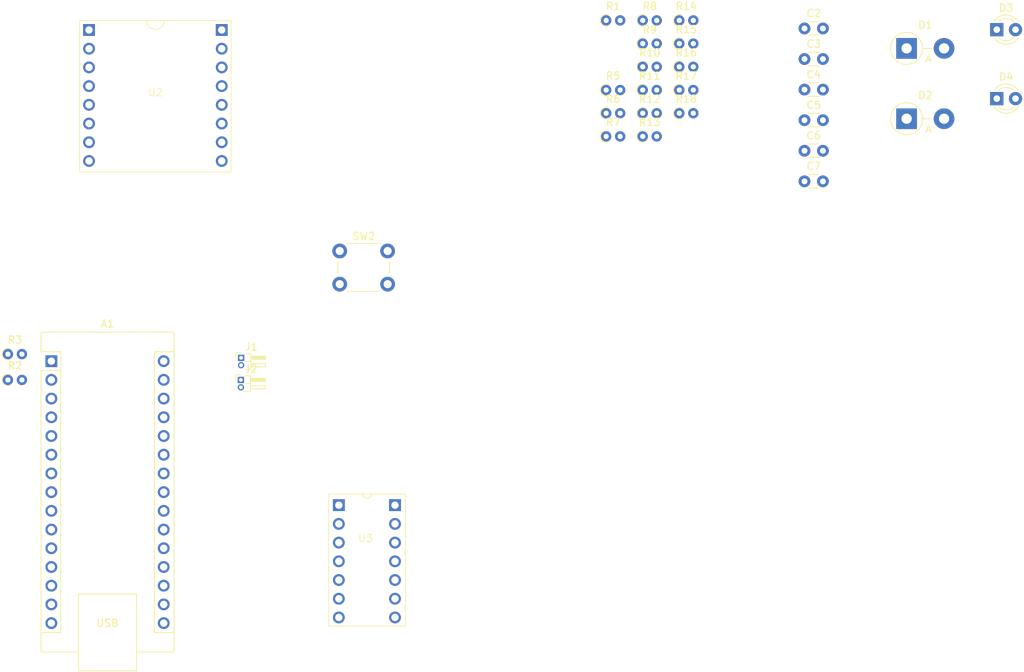
<source format=kicad_pcb>
(kicad_pcb (version 20241229) (generator "pcbnew") (generator_version "9.0")
  (layers (0 "F.Cu" signal) (2 "B.Cu" signal) (13 "F.Paste" user) (15 "B.Paste" user) (5 "F.SilkS" user "F.Silkscreen") (7 "B.SilkS" user "B.Silkscreen") (1 "F.Mask" user) (3 "B.Mask" user) (25 "Edge.Cuts" user))
  (net 0 "")
  (net 1 "Net-(A1-D0{slash}RX)")
  (net 3 "WIN_LED")
  (net 5 "Win")
  (net 6 "+5V")
  (net 8 "MASTER_BUTTON")
  (net 10 "GND")
  (net 15 "OVER_LED")
  (net 16 "Over")
  (net 17 "Net-(A1-D1{slash}TX)")
  (net 30 "RX")
  (net 31 "TX")
  (net 32 "G_A_IN")
  (net 33 "Net-(D3-K)")
  (net 34 "Net-(D4-K)")
  (net 35 "Net-(D1-A)")
  (net 36 "B")
  (net 37 "A")
  (net 38 "H_B_IN")
  (net 39 "C")
  (net 40 "I_C_IN")
  (net 41 "D")
  (net 42 "Net-(D2-A)")
  (net 43 "J_D_IN")
  (footprint "Resistor_THT:R_Axial_DIN0204_L3.6mm_D1.6mm_P1.90mm_Vertical" (layer "F.Cu") (at 188.1 41.7)
    (property "Reference" "R8" (at 0.95 -1.92 0) (layer "F.SilkS"))
    (property "Value" "1K")
    (fp_arc (start 0.320095 0.749359) (mid -0.813042 -0.054435) (end 0.417133 -0.7) (stroke (width 0.12)) (layer "F.SilkS"))
    (pad "1" thru_hole circle (at 0 0) (size 1.4 1.4) (drill 0.7) (layers "*.Cu" "*.Mask") (net 32 "G_A_IN"))
    (pad "2" thru_hole oval (at 1.9 0) (size 1.4 1.4) (drill 0.7) (layers "*.Cu" "*.Mask") (net 35 "Net-(D1-A)"))
  )
  (footprint "Diode_THT:D_5W_P5.08mm_Vertical_AnodeUp" (layer "F.Cu") (at 223.89 55.045)
    (property "Reference" "D2" (at 2.54 -3.174899 0) (layer "F.SilkS"))
    (property "Value" "D")
    (fp_line (start 2.174899 0) (end 3.38 0) (stroke (width 0.12)) (layer "F.SilkS"))
    (fp_circle (center 0 0) (end 2.174899 0) (stroke (width 0.12)) (fill no) (layer "F.SilkS"))
    (fp_text user "A" (at 2.98 1.4 0) (layer "F.SilkS"))
    (pad "1" thru_hole rect (at 0 0) (size 2.8 2.8) (drill 1.4) (layers "*.Cu" "*.Mask") (net 41 "D"))
    (pad "2" thru_hole oval (at 5.08 0) (size 2.8 2.8) (drill 1.4) (layers "*.Cu" "*.Mask") (net 42 "Net-(D2-A)"))
  )
  (footprint "Capacitor_THT:C_Disc_D3.0mm_W1.6mm_P2.50mm" (layer "F.Cu") (at 210.04 46.945)
    (property "Reference" "C3" (at 1.25 -2.05 0) (layer "F.SilkS"))
    (property "Value" "C")
    (fp_line (start 0.485 -0.92) (end 2.015 -0.92) (stroke (width 0.12)) (layer "F.SilkS"))
    (fp_line (start 0.485 0.92) (end 2.015 0.92) (stroke (width 0.12)) (layer "F.SilkS"))
    (pad "1" thru_hole circle (at 0 0) (size 1.6 1.6) (drill 0.8) (layers "*.Cu" "*.Mask") (net 36 "B"))
    (pad "2" thru_hole circle (at 2.5 0) (size 1.6 1.6) (drill 0.8) (layers "*.Cu" "*.Mask") (net 10 "GND"))
  )
  (footprint "Resistor_THT:R_Axial_DIN0204_L3.6mm_D1.6mm_P1.90mm_Vertical" (layer "F.Cu") (at 188.1 54.3)
    (property "Reference" "R12" (at 0.95 -1.92 0) (layer "F.SilkS"))
    (property "Value" "1K")
    (fp_arc (start 0.320095 0.749359) (mid -0.813042 -0.054435) (end 0.417133 -0.7) (stroke (width 0.12)) (layer "F.SilkS"))
    (pad "1" thru_hole circle (at 0 0) (size 1.4 1.4) (drill 0.7) (layers "*.Cu" "*.Mask") (net 38 "H_B_IN"))
    (pad "2" thru_hole oval (at 1.9 0) (size 1.4 1.4) (drill 0.7) (layers "*.Cu" "*.Mask") (net 5 "Win"))
  )
  (footprint "LED_THT:LED_D3.0mm" (layer "F.Cu") (at 236.12 42.955)
    (property "Reference" "D3" (at 1.27 -2.96 0) (layer "F.SilkS"))
    (property "Value" "LED")
    (fp_line (start -0.29 -1.236) (end -0.29 -1.08) (stroke (width 0.12)) (layer "F.SilkS"))
    (fp_line (start -0.29 1.08) (end -0.29 1.236) (stroke (width 0.12)) (layer "F.SilkS"))
    (fp_arc (start -0.29 -1.235516) (mid 1.365624 -1.987701) (end 2.941397 -1.080061) (stroke (width 0.12)) (layer "F.SilkS"))
    (fp_arc (start 0.229039 -1.08) (mid 1.269964 -1.5) (end 2.31091 -1.080049) (stroke (width 0.12)) (layer "F.SilkS"))
    (fp_arc (start 2.31091 1.080049) (mid 1.269964 1.5) (end 0.229039 1.08) (stroke (width 0.12)) (layer "F.SilkS"))
    (fp_arc (start 2.941397 1.080061) (mid 1.365624 1.987701) (end -0.29 1.235516) (stroke (width 0.12)) (layer "F.SilkS"))
    (pad "1" thru_hole rect (at 0 0) (size 1.8 1.8) (drill 0.9) (layers "*.Cu" "*.Mask") (net 33 "Net-(D3-K)"))
    (pad "2" thru_hole circle (at 2.54 0) (size 1.8 1.8) (drill 0.9) (layers "*.Cu" "*.Mask") (net 3 "WIN_LED"))
  )
  (footprint "Capacitor_THT:C_Disc_D3.0mm_W1.6mm_P2.50mm" (layer "F.Cu") (at 210.04 42.795)
    (property "Reference" "C2" (at 1.25 -2.05 0) (layer "F.SilkS"))
    (property "Value" "100h")
    (fp_line (start 0.485 -0.92) (end 2.015 -0.92) (stroke (width 0.12)) (layer "F.SilkS"))
    (fp_line (start 0.485 0.92) (end 2.015 0.92) (stroke (width 0.12)) (layer "F.SilkS"))
    (pad "1" thru_hole circle (at 0 0) (size 1.6 1.6) (drill 0.8) (layers "*.Cu" "*.Mask") (net 6 "+5V"))
    (pad "2" thru_hole circle (at 2.5 0) (size 1.6 1.6) (drill 0.8) (layers "*.Cu" "*.Mask") (net 10 "GND"))
  )
  (footprint "my_lib:dfplayer_mini" (layer "F.Cu") (at 122 52)
    (property "Reference" "U2" (at 0 -0.5 0) (layer "F.SilkS") (effects (font (thickness 0.1))))
    (property "Value" "~")
    (fp_rect (start -10.275 -10.275) (end 10.275 10.275) (stroke (width 0.1)) (fill no) (layer "F.SilkS"))
    (fp_arc (start 1.2 -10.275) (mid 0.02997 -9.075374) (end -1.198503 -10.215079) (stroke (width 0.1)) (layer "F.SilkS"))
    (pad "1" thru_hole rect (at -9 -9) (size 1.6 1.6) (drill 1) (layers "*.Cu" "*.Mask") (net 6 "+5V"))
    (pad "2" thru_hole oval (at -9 -6.46) (size 1.6 1.6) (drill 1) (layers "*.Cu" "*.Mask") (net 30 "RX"))
    (pad "3" thru_hole oval (at -9 -3.92) (size 1.6 1.6) (drill 1) (layers "*.Cu" "*.Mask") (net 31 "TX"))
    (pad "4" thru_hole oval (at -9 -1.38) (size 1.6 1.6) (drill 1) (layers "*.Cu" "*.Mask"))
    (pad "5" thru_hole oval (at -9 1.16) (size 1.6 1.6) (drill 1) (layers "*.Cu" "*.Mask"))
    (pad "6" thru_hole oval (at -9 3.7) (size 1.6 1.6) (drill 1) (layers "*.Cu" "*.Mask"))
    (pad "7" thru_hole oval (at -9 6.24) (size 1.6 1.6) (drill 1) (layers "*.Cu" "*.Mask") (net 10 "GND"))
    (pad "8" thru_hole oval (at -9 8.78) (size 1.6 1.6) (drill 1) (layers "*.Cu" "*.Mask"))
    (pad "9" thru_hole oval (at 9 8.78) (size 1.6 1.6) (drill 1) (layers "*.Cu" "*.Mask"))
    (pad "10" thru_hole oval (at 9 6.24) (size 1.6 1.6) (drill 1) (layers "*.Cu" "*.Mask") (net 10 "GND"))
    (pad "11" thru_hole oval (at 9 3.7) (size 1.6 1.6) (drill 1) (layers "*.Cu" "*.Mask"))
    (pad "12" thru_hole oval (at 9 1.16) (size 1.6 1.6) (drill 1) (layers "*.Cu" "*.Mask"))
    (pad "13" thru_hole oval (at 9 -1.38) (size 1.6 1.6) (drill 1) (layers "*.Cu" "*.Mask"))
    (pad "14" thru_hole oval (at 9 -3.92) (size 1.6 1.6) (drill 1) (layers "*.Cu" "*.Mask"))
    (pad "15" thru_hole oval (at 9 -6.46) (size 1.6 1.6) (drill 1) (layers "*.Cu" "*.Mask"))
    (pad "16" thru_hole rect (at 9 -9) (size 1.6 1.6) (drill 1) (layers "*.Cu" "*.Mask"))
  )
  (footprint "Capacitor_THT:C_Disc_D3.0mm_W1.6mm_P2.50mm" (layer "F.Cu") (at 210.04 51.095)
    (property "Reference" "C4" (at 1.25 -2.05 0) (layer "F.SilkS"))
    (property "Value" "100h")
    (fp_line (start 0.485 -0.92) (end 2.015 -0.92) (stroke (width 0.12)) (layer "F.SilkS"))
    (fp_line (start 0.485 0.92) (end 2.015 0.92) (stroke (width 0.12)) (layer "F.SilkS"))
    (pad "1" thru_hole circle (at 0 0) (size 1.6 1.6) (drill 0.8) (layers "*.Cu" "*.Mask") (net 37 "A"))
    (pad "2" thru_hole circle (at 2.5 0) (size 1.6 1.6) (drill 0.8) (layers "*.Cu" "*.Mask") (net 10 "GND"))
  )
  (footprint "Resistor_THT:R_Axial_DIN0204_L3.6mm_D1.6mm_P1.90mm_Vertical" (layer "F.Cu") (at 102 90.5)
    (property "Reference" "R2" (at 0.95 -1.92 0) (layer "F.SilkS"))
    (property "Value" "1K")
    (fp_arc (start 0.320095 0.749359) (mid -0.813042 -0.054435) (end 0.417133 -0.7) (stroke (width 0.12)) (layer "F.SilkS"))
    (pad "1" thru_hole circle (at 0 0) (size 1.4 1.4) (drill 0.7) (layers "*.Cu" "*.Mask") (net 30 "RX"))
    (pad "2" thru_hole oval (at 1.9 0) (size 1.4 1.4) (drill 0.7) (layers "*.Cu" "*.Mask") (net 1 "Net-(A1-D0{slash}RX)"))
  )
  (footprint "Connector_PinHeader_1.00mm:PinHeader_1x02_P1.00mm_Horizontal" (layer "F.Cu") (at 133.6 90.5)
    (property "Reference" "J2" (at 1.375 -1.5 0) (layer "F.SilkS"))
    (property "Value" "Conn_01x02_Pin")
    (fp_line (start -0.685 -0.685) (end 0 -0.685) (stroke (width 0.12)) (layer "F.SilkS"))
    (fp_line (start -0.685 0) (end -0.685 -0.685) (stroke (width 0.12)) (layer "F.SilkS"))
    (fp_line (start 0.685 -0.56) (end 1.31 -0.56) (stroke (width 0.12)) (layer "F.SilkS"))
    (fp_line (start 0.685 0.5) (end 1.31 0.5) (stroke (width 0.12)) (layer "F.SilkS"))
    (fp_line (start 1.31 -0.56) (end 1.31 1.56) (stroke (width 0.12)) (layer "F.SilkS"))
    (fp_line (start 1.31 -0.21) (end 3.31 -0.21) (stroke (width 0.12)) (layer "F.SilkS"))
    (fp_line (start 1.31 -0.15) (end 3.31 -0.15) (stroke (width 0.12)) (layer "F.SilkS"))
    (fp_line (start 1.31 -0.03) (end 3.31 -0.03) (stroke (width 0.12)) (layer "F.SilkS"))
    (fp_line (start 1.31 0.09) (end 3.31 0.09) (stroke (width 0.12)) (layer "F.SilkS"))
    (fp_line (start 1.31 0.79) (end 3.31 0.79) (stroke (width 0.12)) (layer "F.SilkS"))
    (fp_line (start 1.31 1.56) (end 0.394493 1.56) (stroke (width 0.12)) (layer "F.SilkS"))
    (fp_line (start 3.31 -0.21) (end 3.31 0.21) (stroke (width 0.12)) (layer "F.SilkS"))
    (fp_line (start 3.31 0.21) (end 1.31 0.21) (stroke (width 0.12)) (layer "F.SilkS"))
    (fp_line (start 3.31 0.79) (end 3.31 1.21) (stroke (width 0.12)) (layer "F.SilkS"))
    (fp_line (start 3.31 1.21) (end 1.31 1.21) (stroke (width 0.12)) (layer "F.SilkS"))
    (pad "1" thru_hole rect (at 0 0) (size 0.85 0.85) (drill 0.5) (layers "*.Cu" "*.Mask") (net 39 "C"))
    (pad "2" thru_hole oval (at 0 1) (size 0.85 0.85) (drill 0.5) (layers "*.Cu" "*.Mask") (net 10 "GND"))
  )
  (footprint "Button_Switch_THT:SW_PUSH_6mm" (layer "F.Cu") (at 147 73)
    (property "Reference" "SW2" (at 3.25 -2 0) (layer "F.SilkS"))
    (property "Value" "SW_Push")
    (fp_line (start -0.25 1.5) (end -0.25 3) (stroke (width 0.12)) (layer "F.SilkS"))
    (fp_line (start 1 5.5) (end 5.5 5.5) (stroke (width 0.12)) (layer "F.SilkS"))
    (fp_line (start 5.5 -1) (end 1 -1) (stroke (width 0.12)) (layer "F.SilkS"))
    (fp_line (start 6.75 3) (end 6.75 1.5) (stroke (width 0.12)) (layer "F.SilkS"))
    (pad "1" thru_hole circle (at 0 0 90) (size 2 2) (drill 1.1) (layers "*.Cu" "*.Mask") (net 6 "+5V"))
    (pad "1" thru_hole circle (at 6.5 0 90) (size 2 2) (drill 1.1) (layers "*.Cu" "*.Mask") (net 6 "+5V"))
    (pad "2" thru_hole circle (at 0 4.5 90) (size 2 2) (drill 1.1) (layers "*.Cu" "*.Mask") (net 8 "MASTER_BUTTON"))
    (pad "2" thru_hole circle (at 6.5 4.5 90) (size 2 2) (drill 1.1) (layers "*.Cu" "*.Mask") (net 8 "MASTER_BUTTON"))
  )
  (footprint "Resistor_THT:R_Axial_DIN0204_L3.6mm_D1.6mm_P1.90mm_Vertical" (layer "F.Cu") (at 183.14 57.45)
    (property "Reference" "R7" (at 0.95 -1.92 0) (layer "F.SilkS"))
    (property "Value" "4.7K")
    (fp_arc (start 0.320095 0.749359) (mid -0.813042 -0.054435) (end 0.417133 -0.7) (stroke (width 0.12)) (layer "F.SilkS"))
    (pad "1" thru_hole circle (at 0 0) (size 1.4 1.4) (drill 0.7) (layers "*.Cu" "*.Mask") (net 10 "GND"))
    (pad "2" thru_hole oval (at 1.9 0) (size 1.4 1.4) (drill 0.7) (layers "*.Cu" "*.Mask") (net 34 "Net-(D4-K)"))
  )
  (footprint "Resistor_THT:R_Axial_DIN0204_L3.6mm_D1.6mm_P1.90mm_Vertical" (layer "F.Cu") (at 188.1 51.15)
    (property "Reference" "R11" (at 0.95 -1.92 0) (layer "F.SilkS"))
    (property "Value" "10K")
    (fp_arc (start 0.320095 0.749359) (mid -0.813042 -0.054435) (end 0.417133 -0.7) (stroke (width 0.12)) (layer "F.SilkS"))
    (pad "1" thru_hole circle (at 0 0) (size 1.4 1.4) (drill 0.7) (layers "*.Cu" "*.Mask") (net 10 "GND"))
    (pad "2" thru_hole oval (at 1.9 0) (size 1.4 1.4) (drill 0.7) (layers "*.Cu" "*.Mask") (net 38 "H_B_IN"))
  )
  (footprint "Capacitor_THT:C_Disc_D3.0mm_W1.6mm_P2.50mm" (layer "F.Cu") (at 210.04 59.395)
    (property "Reference" "C6" (at 1.25 -2.05 0) (layer "F.SilkS"))
    (property "Value" "C")
    (fp_line (start 0.485 -0.92) (end 2.015 -0.92) (stroke (width 0.12)) (layer "F.SilkS"))
    (fp_line (start 0.485 0.92) (end 2.015 0.92) (stroke (width 0.12)) (layer "F.SilkS"))
    (pad "1" thru_hole circle (at 0 0) (size 1.6 1.6) (drill 0.8) (layers "*.Cu" "*.Mask") (net 41 "D"))
    (pad "2" thru_hole circle (at 2.5 0) (size 1.6 1.6) (drill 0.8) (layers "*.Cu" "*.Mask") (net 10 "GND"))
  )
  (footprint "Resistor_THT:R_Axial_DIN0204_L3.6mm_D1.6mm_P1.90mm_Vertical" (layer "F.Cu") (at 183.14 54.3)
    (property "Reference" "R6" (at 0.95 -1.92 0) (layer "F.SilkS"))
    (property "Value" "4.7K")
    (fp_arc (start 0.320095 0.749359) (mid -0.813042 -0.054435) (end 0.417133 -0.7) (stroke (width 0.12)) (layer "F.SilkS"))
    (pad "1" thru_hole circle (at 0 0) (size 1.4 1.4) (drill 0.7) (layers "*.Cu" "*.Mask") (net 10 "GND"))
    (pad "2" thru_hole oval (at 1.9 0) (size 1.4 1.4) (drill 0.7) (layers "*.Cu" "*.Mask") (net 33 "Net-(D3-K)"))
  )
  (footprint "Connector_PinHeader_1.00mm:PinHeader_1x02_P1.00mm_Horizontal" (layer "F.Cu") (at 133.625 87.5)
    (property "Reference" "J1" (at 1.375 -1.5 0) (layer "F.SilkS"))
    (property "Value" "Conn_01x02_Pin")
    (fp_line (start -0.685 -0.685) (end 0 -0.685) (stroke (width 0.12)) (layer "F.SilkS"))
    (fp_line (start -0.685 0) (end -0.685 -0.685) (stroke (width 0.12)) (layer "F.SilkS"))
    (fp_line (start 0.685 -0.56) (end 1.31 -0.56) (stroke (width 0.12)) (layer "F.SilkS"))
    (fp_line (start 0.685 0.5) (end 1.31 0.5) (stroke (width 0.12)) (layer "F.SilkS"))
    (fp_line (start 1.31 -0.56) (end 1.31 1.56) (stroke (width 0.12)) (layer "F.SilkS"))
    (fp_line (start 1.31 -0.21) (end 3.31 -0.21) (stroke (width 0.12)) (layer "F.SilkS"))
    (fp_line (start 1.31 -0.15) (end 3.31 -0.15) (stroke (width 0.12)) (layer "F.SilkS"))
    (fp_line (start 1.31 -0.03) (end 3.31 -0.03) (stroke (width 0.12)) (layer "F.SilkS"))
    (fp_line (start 1.31 0.09) (end 3.31 0.09) (stroke (width 0.12)) (layer "F.SilkS"))
    (fp_line (start 1.31 0.79) (end 3.31 0.79) (stroke (width 0.12)) (layer "F.SilkS"))
    (fp_line (start 1.31 1.56) (end 0.394493 1.56) (stroke (width 0.12)) (layer "F.SilkS"))
    (fp_line (start 3.31 -0.21) (end 3.31 0.21) (stroke (width 0.12)) (layer "F.SilkS"))
    (fp_line (start 3.31 0.21) (end 1.31 0.21) (stroke (width 0.12)) (layer "F.SilkS"))
    (fp_line (start 3.31 0.79) (end 3.31 1.21) (stroke (width 0.12)) (layer "F.SilkS"))
    (fp_line (start 3.31 1.21) (end 1.31 1.21) (stroke (width 0.12)) (layer "F.SilkS"))
    (pad "1" thru_hole rect (at 0 0) (size 0.85 0.85) (drill 0.5) (layers "*.Cu" "*.Mask") (net 37 "A"))
    (pad "2" thru_hole oval (at 0 1) (size 0.85 0.85) (drill 0.5) (layers "*.Cu" "*.Mask") (net 10 "GND"))
  )
  (footprint "my_lib:cd40106be" (layer "F.Cu") (at 150.5 112.5)
    (property "Reference" "U3" (at 0 -0.5 0) (layer "F.SilkS") (effects (font (thickness 0.1))))
    (property "Value" "~")
    (fp_rect (start -5 -6.5) (end 5.42 11.42) (stroke (width 0.1)) (fill no) (layer "F.SilkS"))
    (fp_arc (start 0.788014 -6.5) (mid 0.21 -5.921986) (end -0.368014 -6.5) (stroke (width 0.1)) (layer "F.SilkS"))
    (pad "1" thru_hole rect (at -3.62 -5) (size 1.6 1.6) (drill 1) (layers "*.Cu" "*.Mask") (net 37 "A"))
    (pad "2" thru_hole oval (at -3.62 -2.46) (size 1.6 1.6) (drill 1) (layers "*.Cu" "*.Mask") (net 32 "G_A_IN"))
    (pad "3" thru_hole oval (at -3.62 0.08) (size 1.6 1.6) (drill 1) (layers "*.Cu" "*.Mask") (net 36 "B"))
    (pad "4" thru_hole oval (at -3.62 2.62) (size 1.6 1.6) (drill 1) (layers "*.Cu" "*.Mask") (net 38 "H_B_IN"))
    (pad "5" thru_hole oval (at -3.62 5.16) (size 1.6 1.6) (drill 1) (layers "*.Cu" "*.Mask") (net 39 "C"))
    (pad "6" thru_hole oval (at -3.62 7.7) (size 1.6 1.6) (drill 1) (layers "*.Cu" "*.Mask") (net 40 "I_C_IN"))
    (pad "7" thru_hole oval (at -3.62 10.24) (size 1.6 1.6) (drill 1) (layers "*.Cu" "*.Mask") (net 10 "GND"))
    (pad "8" thru_hole oval (at 4 10.24) (size 1.6 1.6) (drill 1) (layers "*.Cu" "*.Mask") (net 43 "J_D_IN"))
    (pad "9" thru_hole oval (at 4 7.7) (size 1.6 1.6) (drill 1) (layers "*.Cu" "*.Mask") (net 41 "D"))
    (pad "10" thru_hole oval (at 4 5.16) (size 1.6 1.6) (drill 1) (layers "*.Cu" "*.Mask"))
    (pad "11" thru_hole oval (at 4 2.62) (size 1.6 1.6) (drill 1) (layers "*.Cu" "*.Mask"))
    (pad "12" thru_hole oval (at 4 0.08) (size 1.6 1.6) (drill 1) (layers "*.Cu" "*.Mask"))
    (pad "13" thru_hole oval (at 4 -2.46) (size 1.6 1.6) (drill 1) (layers "*.Cu" "*.Mask"))
    (pad "14" thru_hole rect (at 4 -5) (size 1.6 1.6) (drill 1) (layers "*.Cu" "*.Mask") (net 6 "+5V"))
  )
  (footprint "Resistor_THT:R_Axial_DIN0204_L3.6mm_D1.6mm_P1.90mm_Vertical" (layer "F.Cu") (at 193.06 48)
    (property "Reference" "R16" (at 0.95 -1.92 0) (layer "F.SilkS"))
    (property "Value" "1K")
    (fp_arc (start 0.320095 0.749359) (mid -0.813042 -0.054435) (end 0.417133 -0.7) (stroke (width 0.12)) (layer "F.SilkS"))
    (pad "1" thru_hole circle (at 0 0) (size 1.4 1.4) (drill 0.7) (layers "*.Cu" "*.Mask") (net 40 "I_C_IN"))
    (pad "2" thru_hole oval (at 1.9 0) (size 1.4 1.4) (drill 0.7) (layers "*.Cu" "*.Mask") (net 42 "Net-(D2-A)"))
  )
  (footprint "Resistor_THT:R_Axial_DIN0204_L3.6mm_D1.6mm_P1.90mm_Vertical" (layer "F.Cu") (at 102 87)
    (property "Reference" "R3" (at 0.95 -1.92 0) (layer "F.SilkS"))
    (property "Value" "1K")
    (fp_arc (start 0.320095 0.749359) (mid -0.813042 -0.054435) (end 0.417133 -0.7) (stroke (width 0.12)) (layer "F.SilkS"))
    (pad "1" thru_hole circle (at 0 0) (size 1.4 1.4) (drill 0.7) (layers "*.Cu" "*.Mask") (net 31 "TX"))
    (pad "2" thru_hole oval (at 1.9 0) (size 1.4 1.4) (drill 0.7) (layers "*.Cu" "*.Mask") (net 17 "Net-(A1-D1{slash}TX)"))
  )
  (footprint "Resistor_THT:R_Axial_DIN0204_L3.6mm_D1.6mm_P1.90mm_Vertical" (layer "F.Cu") (at 193.06 51.15)
    (property "Reference" "R17" (at 0.95 -1.92 0) (layer "F.SilkS"))
    (property "Value" "10K")
    (fp_arc (start 0.320095 0.749359) (mid -0.813042 -0.054435) (end 0.417133 -0.7) (stroke (width 0.12)) (layer "F.SilkS"))
    (pad "1" thru_hole circle (at 0 0) (size 1.4 1.4) (drill 0.7) (layers "*.Cu" "*.Mask") (net 10 "GND"))
    (pad "2" thru_hole oval (at 1.9 0) (size 1.4 1.4) (drill 0.7) (layers "*.Cu" "*.Mask") (net 43 "J_D_IN"))
  )
  (footprint "Resistor_THT:R_Axial_DIN0204_L3.6mm_D1.6mm_P1.90mm_Vertical" (layer "F.Cu") (at 193.06 54.3)
    (property "Reference" "R18" (at 0.95 -1.92 0) (layer "F.SilkS"))
    (property "Value" "1K")
    (fp_arc (start 0.320095 0.749359) (mid -0.813042 -0.054435) (end 0.417133 -0.7) (stroke (width 0.12)) (layer "F.SilkS"))
    (pad "1" thru_hole circle (at 0 0) (size 1.4 1.4) (drill 0.7) (layers "*.Cu" "*.Mask") (net 43 "J_D_IN"))
    (pad "2" thru_hole oval (at 1.9 0) (size 1.4 1.4) (drill 0.7) (layers "*.Cu" "*.Mask") (net 16 "Over"))
  )
  (footprint "Resistor_THT:R_Axial_DIN0204_L3.6mm_D1.6mm_P1.90mm_Vertical" (layer "F.Cu") (at 188.1 44.85)
    (property "Reference" "R9" (at 0.95 -1.92 0) (layer "F.SilkS"))
    (property "Value" "510K")
    (fp_arc (start 0.320095 0.749359) (mid -0.813042 -0.054435) (end 0.417133 -0.7) (stroke (width 0.12)) (layer "F.SilkS"))
    (pad "1" thru_hole circle (at 0 0) (size 1.4 1.4) (drill 0.7) (layers "*.Cu" "*.Mask") (net 32 "G_A_IN"))
    (pad "2" thru_hole oval (at 1.9 0) (size 1.4 1.4) (drill 0.7) (layers "*.Cu" "*.Mask") (net 36 "B"))
  )
  (footprint "Capacitor_THT:C_Disc_D3.0mm_W1.6mm_P2.50mm" (layer "F.Cu") (at 210.04 55.245)
    (property "Reference" "C5" (at 1.25 -2.05 0) (layer "F.SilkS"))
    (property "Value" "100h")
    (fp_line (start 0.485 -0.92) (end 2.015 -0.92) (stroke (width 0.12)) (layer "F.SilkS"))
    (fp_line (start 0.485 0.92) (end 2.015 0.92) (stroke (width 0.12)) (layer "F.SilkS"))
    (pad "1" thru_hole circle (at 0 0) (size 1.6 1.6) (drill 0.8) (layers "*.Cu" "*.Mask") (net 39 "C"))
    (pad "2" thru_hole circle (at 2.5 0) (size 1.6 1.6) (drill 0.8) (layers "*.Cu" "*.Mask") (net 10 "GND"))
  )
  (footprint "Resistor_THT:R_Axial_DIN0204_L3.6mm_D1.6mm_P1.90mm_Vertical" (layer "F.Cu") (at 193.06 41.7)
    (property "Reference" "R14" (at 0.95 -1.92 0) (layer "F.SilkS"))
    (property "Value" "10K")
    (fp_arc (start 0.320095 0.749359) (mid -0.813042 -0.054435) (end 0.417133 -0.7) (stroke (width 0.12)) (layer "F.SilkS"))
    (pad "1" thru_hole circle (at 0 0) (size 1.4 1.4) (drill 0.7) (layers "*.Cu" "*.Mask") (net 10 "GND"))
    (pad "2" thru_hole oval (at 1.9 0) (size 1.4 1.4) (drill 0.7) (layers "*.Cu" "*.Mask") (net 40 "I_C_IN"))
  )
  (footprint "LED_THT:LED_D3.0mm" (layer "F.Cu") (at 236.12 52.315)
    (property "Reference" "D4" (at 1.27 -2.96 0) (layer "F.SilkS"))
    (property "Value" "LED")
    (fp_line (start -0.29 -1.236) (end -0.29 -1.08) (stroke (width 0.12)) (layer "F.SilkS"))
    (fp_line (start -0.29 1.08) (end -0.29 1.236) (stroke (width 0.12)) (layer "F.SilkS"))
    (fp_arc (start -0.29 -1.235516) (mid 1.365624 -1.987701) (end 2.941397 -1.080061) (stroke (width 0.12)) (layer "F.SilkS"))
    (fp_arc (start 0.229039 -1.08) (mid 1.269964 -1.5) (end 2.31091 -1.080049) (stroke (width 0.12)) (layer "F.SilkS"))
    (fp_arc (start 2.31091 1.080049) (mid 1.269964 1.5) (end 0.229039 1.08) (stroke (width 0.12)) (layer "F.SilkS"))
    (fp_arc (start 2.941397 1.080061) (mid 1.365624 1.987701) (end -0.29 1.235516) (stroke (width 0.12)) (layer "F.SilkS"))
    (pad "1" thru_hole rect (at 0 0) (size 1.8 1.8) (drill 0.9) (layers "*.Cu" "*.Mask") (net 34 "Net-(D4-K)"))
    (pad "2" thru_hole circle (at 2.54 0) (size 1.8 1.8) (drill 0.9) (layers "*.Cu" "*.Mask") (net 15 "OVER_LED"))
  )
  (footprint "Resistor_THT:R_Axial_DIN0204_L3.6mm_D1.6mm_P1.90mm_Vertical" (layer "F.Cu") (at 183.14 41.7)
    (property "Reference" "R1" (at 0.95 -1.92 0) (layer "F.SilkS"))
    (property "Value" "10K")
    (fp_arc (start 0.320095 0.749359) (mid -0.813042 -0.054435) (end 0.417133 -0.7) (stroke (width 0.12)) (layer "F.SilkS"))
    (pad "1" thru_hole circle (at 0 0) (size 1.4 1.4) (drill 0.7) (layers "*.Cu" "*.Mask") (net 10 "GND"))
    (pad "2" thru_hole oval (at 1.9 0) (size 1.4 1.4) (drill 0.7) (layers "*.Cu" "*.Mask") (net 8 "MASTER_BUTTON"))
  )
  (footprint "Capacitor_THT:C_Disc_D3.0mm_W1.6mm_P2.50mm" (layer "F.Cu") (at 210.04 63.545)
    (property "Reference" "C7" (at 1.25 -2.05 0) (layer "F.SilkS"))
    (property "Value" "100h")
    (fp_line (start 0.485 -0.92) (end 2.015 -0.92) (stroke (width 0.12)) (layer "F.SilkS"))
    (fp_line (start 0.485 0.92) (end 2.015 0.92) (stroke (width 0.12)) (layer "F.SilkS"))
    (pad "1" thru_hole circle (at 0 0) (size 1.6 1.6) (drill 0.8) (layers "*.Cu" "*.Mask") (net 6 "+5V"))
    (pad "2" thru_hole circle (at 2.5 0) (size 1.6 1.6) (drill 0.8) (layers "*.Cu" "*.Mask") (net 10 "GND"))
  )
  (footprint "Resistor_THT:R_Axial_DIN0204_L3.6mm_D1.6mm_P1.90mm_Vertical" (layer "F.Cu") (at 193.06 44.85)
    (property "Reference" "R15" (at 0.95 -1.92 0) (layer "F.SilkS"))
    (property "Value" "510K")
    (fp_arc (start 0.320095 0.749359) (mid -0.813042 -0.054435) (end 0.417133 -0.7) (stroke (width 0.12)) (layer "F.SilkS"))
    (pad "1" thru_hole circle (at 0 0) (size 1.4 1.4) (drill 0.7) (layers "*.Cu" "*.Mask") (net 40 "I_C_IN"))
    (pad "2" thru_hole oval (at 1.9 0) (size 1.4 1.4) (drill 0.7) (layers "*.Cu" "*.Mask") (net 41 "D"))
  )
  (footprint "Resistor_THT:R_Axial_DIN0204_L3.6mm_D1.6mm_P1.90mm_Vertical" (layer "F.Cu") (at 188.1 57.45)
    (property "Reference" "R13" (at 0.95 -1.92 0) (layer "F.SilkS"))
    (property "Value" "10K")
    (fp_arc (start 0.320095 0.749359) (mid -0.813042 -0.054435) (end 0.417133 -0.7) (stroke (width 0.12)) (layer "F.SilkS"))
    (pad "1" thru_hole circle (at 0 0) (size 1.4 1.4) (drill 0.7) (layers "*.Cu" "*.Mask") (net 6 "+5V"))
    (pad "2" thru_hole oval (at 1.9 0) (size 1.4 1.4) (drill 0.7) (layers "*.Cu" "*.Mask") (net 39 "C"))
  )
  (footprint "Module:Arduino_Nano" (layer "F.Cu") (at 107.89 87.95)
    (property "Reference" "A1" (at 7.62 -5.08 0) (layer "F.SilkS"))
    (property "Value" "Arduino_Nano_v2.x")
    (fp_line (start -1.4 -3.94) (end -1.4 -1.27) (stroke (width 0.12)) (layer "F.SilkS"))
    (fp_line (start -1.4 1.27) (end -1.4 39.5) (stroke (width 0.12)) (layer "F.SilkS"))
    (fp_line (start -1.4 39.5) (end 3.68 39.5) (stroke (width 0.12)) (layer "F.SilkS"))
    (fp_line (start 1.27 -1.27) (end -1.4 -1.27) (stroke (width 0.12)) (layer "F.SilkS"))
    (fp_line (start 1.27 1.27) (end -1.4 1.27) (stroke (width 0.12)) (layer "F.SilkS"))
    (fp_line (start 1.27 1.27) (end 1.27 -1.27) (stroke (width 0.12)) (layer "F.SilkS"))
    (fp_line (start 1.27 1.27) (end 1.27 36.83) (stroke (width 0.12)) (layer "F.SilkS"))
    (fp_line (start 1.27 36.83) (end -1.4 36.83) (stroke (width 0.12)) (layer "F.SilkS"))
    (fp_line (start 3.68 31.62) (end 11.56 31.62) (stroke (width 0.12)) (layer "F.SilkS"))
    (fp_line (start 3.68 42.04) (end 3.68 31.62) (stroke (width 0.12)) (layer "F.SilkS"))
    (fp_line (start 11.56 31.62) (end 11.56 42.04) (stroke (width 0.12)) (layer "F.SilkS"))
    (fp_line (start 11.56 42.04) (end 3.68 42.04) (stroke (width 0.12)) (layer "F.SilkS"))
    (fp_line (start 13.97 -1.27) (end 13.97 36.83) (stroke (width 0.12)) (layer "F.SilkS"))
    (fp_line (start 13.97 -1.27) (end 16.64 -1.27) (stroke (width 0.12)) (layer "F.SilkS"))
    (fp_line (start 13.97 36.83) (end 16.64 36.83) (stroke (width 0.12)) (layer "F.SilkS"))
    (fp_line (start 16.64 -3.94) (end -1.4 -3.94) (stroke (width 0.12)) (layer "F.SilkS"))
    (fp_line (start 16.64 39.5) (end 11.56 39.5) (stroke (width 0.12)) (layer "F.SilkS"))
    (fp_line (start 16.64 39.5) (end 16.64 -3.94) (stroke (width 0.12)) (layer "F.SilkS"))
    (fp_text user "USB" (at 7.62 35.56 0) (layer "F.SilkS"))
    (pad "1" thru_hole rect (at 0 0) (size 1.6 1.6) (drill 1) (layers "*.Cu" "*.Mask") (net 17 "Net-(A1-D1{slash}TX)"))
    (pad "2" thru_hole oval (at 0 2.54) (size 1.6 1.6) (drill 1) (layers "*.Cu" "*.Mask") (net 1 "Net-(A1-D0{slash}RX)"))
    (pad "3" thru_hole oval (at 0 5.08) (size 1.6 1.6) (drill 1) (layers "*.Cu" "*.Mask"))
    (pad "4" thru_hole oval (at 0 7.62) (size 1.6 1.6) (drill 1) (layers "*.Cu" "*.Mask") (net 10 "GND"))
    (pad "5" thru_hole oval (at 0 10.16) (size 1.6 1.6) (drill 1) (layers "*.Cu" "*.Mask") (net 15 "OVER_LED"))
    (pad "6" thru_hole oval (at 0 12.7) (size 1.6 1.6) (drill 1) (layers "*.Cu" "*.Mask") (net 3 "WIN_LED"))
    (pad "7" thru_hole oval (at 0 15.24) (size 1.6 1.6) (drill 1) (layers "*.Cu" "*.Mask") (net 5 "Win"))
    (pad "8" thru_hole oval (at 0 17.78) (size 1.6 1.6) (drill 1) (layers "*.Cu" "*.Mask") (net 16 "Over"))
    (pad "9" thru_hole oval (at 0 20.32) (size 1.6 1.6) (drill 1) (layers "*.Cu" "*.Mask"))
    (pad "10" thru_hole oval (at 0 22.86) (size 1.6 1.6) (drill 1) (layers "*.Cu" "*.Mask"))
    (pad "11" thru_hole oval (at 0 25.4) (size 1.6 1.6) (drill 1) (layers "*.Cu" "*.Mask"))
    (pad "12" thru_hole oval (at 0 27.94) (size 1.6 1.6) (drill 1) (layers "*.Cu" "*.Mask"))
    (pad "13" thru_hole oval (at 0 30.48) (size 1.6 1.6) (drill 1) (layers "*.Cu" "*.Mask"))
    (pad "14" thru_hole oval (at 0 33.02) (size 1.6 1.6) (drill 1) (layers "*.Cu" "*.Mask"))
    (pad "15" thru_hole oval (at 0 35.56) (size 1.6 1.6) (drill 1) (layers "*.Cu" "*.Mask"))
    (pad "16" thru_hole oval (at 15.24 35.56) (size 1.6 1.6) (drill 1) (layers "*.Cu" "*.Mask"))
    (pad "17" thru_hole oval (at 15.24 33.02) (size 1.6 1.6) (drill 1) (layers "*.Cu" "*.Mask"))
    (pad "18" thru_hole oval (at 15.24 30.48) (size 1.6 1.6) (drill 1) (layers "*.Cu" "*.Mask"))
    (pad "19" thru_hole oval (at 15.24 27.94) (size 1.6 1.6) (drill 1) (layers "*.Cu" "*.Mask") (net 8 "MASTER_BUTTON"))
    (pad "20" thru_hole oval (at 15.24 25.4) (size 1.6 1.6) (drill 1) (layers "*.Cu" "*.Mask"))
    (pad "21" thru_hole oval (at 15.24 22.86) (size 1.6 1.6) (drill 1) (layers "*.Cu" "*.Mask"))
    (pad "22" thru_hole oval (at 15.24 20.32) (size 1.6 1.6) (drill 1) (layers "*.Cu" "*.Mask"))
    (pad "23" thru_hole oval (at 15.24 17.78) (size 1.6 1.6) (drill 1) (layers "*.Cu" "*.Mask"))
    (pad "24" thru_hole oval (at 15.24 15.24) (size 1.6 1.6) (drill 1) (layers "*.Cu" "*.Mask"))
    (pad "25" thru_hole oval (at 15.24 12.7) (size 1.6 1.6) (drill 1) (layers "*.Cu" "*.Mask"))
    (pad "26" thru_hole oval (at 15.24 10.16) (size 1.6 1.6) (drill 1) (layers "*.Cu" "*.Mask"))
    (pad "27" thru_hole oval (at 15.24 7.62) (size 1.6 1.6) (drill 1) (layers "*.Cu" "*.Mask") (net 6 "+5V"))
    (pad "28" thru_hole oval (at 15.24 5.08) (size 1.6 1.6) (drill 1) (layers "*.Cu" "*.Mask"))
    (pad "29" thru_hole oval (at 15.24 2.54) (size 1.6 1.6) (drill 1) (layers "*.Cu" "*.Mask") (net 10 "GND"))
    (pad "30" thru_hole oval (at 15.24 0) (size 1.6 1.6) (drill 1) (layers "*.Cu" "*.Mask"))
  )
  (footprint "Resistor_THT:R_Axial_DIN0204_L3.6mm_D1.6mm_P1.90mm_Vertical" (layer "F.Cu") (at 183.14 51.15)
    (property "Reference" "R5" (at 0.95 -1.92 0) (layer "F.SilkS"))
    (property "Value" "10K")
    (fp_arc (start 0.320095 0.749359) (mid -0.813042 -0.054435) (end 0.417133 -0.7) (stroke (width 0.12)) (layer "F.SilkS"))
    (pad "1" thru_hole circle (at 0 0) (size 1.4 1.4) (drill 0.7) (layers "*.Cu" "*.Mask") (net 10 "GND"))
    (pad "2" thru_hole oval (at 1.9 0) (size 1.4 1.4) (drill 0.7) (layers "*.Cu" "*.Mask") (net 32 "G_A_IN"))
  )
  (footprint "Diode_THT:D_5W_P5.08mm_Vertical_AnodeUp" (layer "F.Cu") (at 223.89 45.495)
    (property "Reference" "D1" (at 2.54 -3.174899 0) (layer "F.SilkS"))
    (property "Value" "D")
    (fp_line (start 2.174899 0) (end 3.38 0) (stroke (width 0.12)) (layer "F.SilkS"))
    (fp_circle (center 0 0) (end 2.174899 0) (stroke (width 0.12)) (fill no) (layer "F.SilkS"))
    (fp_text user "A" (at 2.98 1.4 0) (layer "F.SilkS"))
    (pad "1" thru_hole rect (at 0 0) (size 2.8 2.8) (drill 1.4) (layers "*.Cu" "*.Mask") (net 36 "B"))
    (pad "2" thru_hole oval (at 5.08 0) (size 2.8 2.8) (drill 1.4) (layers "*.Cu" "*.Mask") (net 35 "Net-(D1-A)"))
  )
  (footprint "Resistor_THT:R_Axial_DIN0204_L3.6mm_D1.6mm_P1.90mm_Vertical" (layer "F.Cu") (at 188.1 48)
    (property "Reference" "R10" (at 0.95 -1.92 0) (layer "F.SilkS"))
    (property "Value" "10K")
    (fp_arc (start 0.320095 0.749359) (mid -0.813042 -0.054435) (end 0.417133 -0.7) (stroke (width 0.12)) (layer "F.SilkS"))
    (pad "1" thru_hole circle (at 0 0) (size 1.4 1.4) (drill 0.7) (layers "*.Cu" "*.Mask") (net 6 "+5V"))
    (pad "2" thru_hole oval (at 1.9 0) (size 1.4 1.4) (drill 0.7) (layers "*.Cu" "*.Mask") (net 37 "A"))
  )
)
</source>
